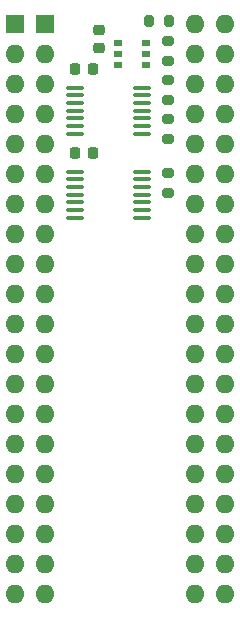
<source format=gbr>
%TF.GenerationSoftware,KiCad,Pcbnew,8.0.6*%
%TF.CreationDate,2024-11-04T10:18:01-07:00*%
%TF.ProjectId,TMS9918-9928,544d5339-3931-4382-9d39-3932382e6b69,rev?*%
%TF.SameCoordinates,Original*%
%TF.FileFunction,Soldermask,Bot*%
%TF.FilePolarity,Negative*%
%FSLAX46Y46*%
G04 Gerber Fmt 4.6, Leading zero omitted, Abs format (unit mm)*
G04 Created by KiCad (PCBNEW 8.0.6) date 2024-11-04 10:18:01*
%MOMM*%
%LPD*%
G01*
G04 APERTURE LIST*
G04 Aperture macros list*
%AMRoundRect*
0 Rectangle with rounded corners*
0 $1 Rounding radius*
0 $2 $3 $4 $5 $6 $7 $8 $9 X,Y pos of 4 corners*
0 Add a 4 corners polygon primitive as box body*
4,1,4,$2,$3,$4,$5,$6,$7,$8,$9,$2,$3,0*
0 Add four circle primitives for the rounded corners*
1,1,$1+$1,$2,$3*
1,1,$1+$1,$4,$5*
1,1,$1+$1,$6,$7*
1,1,$1+$1,$8,$9*
0 Add four rect primitives between the rounded corners*
20,1,$1+$1,$2,$3,$4,$5,0*
20,1,$1+$1,$4,$5,$6,$7,0*
20,1,$1+$1,$6,$7,$8,$9,0*
20,1,$1+$1,$8,$9,$2,$3,0*%
G04 Aperture macros list end*
%ADD10R,1.600000X1.600000*%
%ADD11O,1.600000X1.600000*%
%ADD12RoundRect,0.200000X0.275000X-0.200000X0.275000X0.200000X-0.275000X0.200000X-0.275000X-0.200000X0*%
%ADD13RoundRect,0.200000X-0.275000X0.200000X-0.275000X-0.200000X0.275000X-0.200000X0.275000X0.200000X0*%
%ADD14R,0.700000X0.510000*%
%ADD15RoundRect,0.225000X-0.225000X-0.250000X0.225000X-0.250000X0.225000X0.250000X-0.225000X0.250000X0*%
%ADD16RoundRect,0.200000X0.200000X0.275000X-0.200000X0.275000X-0.200000X-0.275000X0.200000X-0.275000X0*%
%ADD17RoundRect,0.225000X0.250000X-0.225000X0.250000X0.225000X-0.250000X0.225000X-0.250000X-0.225000X0*%
%ADD18RoundRect,0.100000X0.637500X0.100000X-0.637500X0.100000X-0.637500X-0.100000X0.637500X-0.100000X0*%
G04 APERTURE END LIST*
D10*
%TO.C,U4*%
X124460000Y-66040000D03*
D11*
X124460000Y-68580000D03*
X124460000Y-71120000D03*
X124460000Y-73660000D03*
X124460000Y-76200000D03*
X124460000Y-78740000D03*
X124460000Y-81280000D03*
X124460000Y-83820000D03*
X124460000Y-86360000D03*
X124460000Y-88900000D03*
X124460000Y-91440000D03*
X124460000Y-93980000D03*
X124460000Y-96520000D03*
X124460000Y-99060000D03*
X124460000Y-101600000D03*
X124460000Y-104140000D03*
X124460000Y-106680000D03*
X124460000Y-109220000D03*
X124460000Y-111760000D03*
X124460000Y-114300000D03*
X139700000Y-114300000D03*
X139700000Y-111760000D03*
X139700000Y-109220000D03*
X139700000Y-106680000D03*
X139700000Y-104140000D03*
X139700000Y-101600000D03*
X139700000Y-99060000D03*
X139700000Y-96520000D03*
X139700000Y-93980000D03*
X139700000Y-91440000D03*
X139700000Y-88900000D03*
X139700000Y-86360000D03*
X139700000Y-83820000D03*
X139700000Y-81280000D03*
X139700000Y-78740000D03*
X139700000Y-76200000D03*
X139700000Y-73660000D03*
X139700000Y-71120000D03*
X139700000Y-68580000D03*
X139700000Y-66040000D03*
%TD*%
D10*
%TO.C,U5*%
X121920000Y-66040000D03*
D11*
X121920000Y-68580000D03*
X121920000Y-71120000D03*
X121920000Y-73660000D03*
X121920000Y-76200000D03*
X121920000Y-78740000D03*
X121920000Y-81280000D03*
X121920000Y-83820000D03*
X121920000Y-86360000D03*
X121920000Y-88900000D03*
X121920000Y-91440000D03*
X121920000Y-93980000D03*
X121920000Y-96520000D03*
X121920000Y-99060000D03*
X121920000Y-101600000D03*
X121920000Y-104140000D03*
X121920000Y-106680000D03*
X121920000Y-109220000D03*
X121920000Y-111760000D03*
X121920000Y-114300000D03*
X137160000Y-114300000D03*
X137160000Y-111760000D03*
X137160000Y-109220000D03*
X137160000Y-106680000D03*
X137160000Y-104140000D03*
X137160000Y-101600000D03*
X137160000Y-99060000D03*
X137160000Y-96520000D03*
X137160000Y-93980000D03*
X137160000Y-91440000D03*
X137160000Y-88900000D03*
X137160000Y-86360000D03*
X137160000Y-83820000D03*
X137160000Y-81280000D03*
X137160000Y-78740000D03*
X137160000Y-76200000D03*
X137160000Y-73660000D03*
X137160000Y-71120000D03*
X137160000Y-68580000D03*
X137160000Y-66040000D03*
%TD*%
D12*
%TO.C,R1*%
X134874000Y-80327000D03*
X134874000Y-78677000D03*
%TD*%
D13*
%TO.C,R2*%
X134874000Y-74105000D03*
X134874000Y-75755000D03*
%TD*%
D14*
%TO.C,U3*%
X132986000Y-67630000D03*
X132986000Y-68580000D03*
X132986000Y-69530000D03*
X130666000Y-69530000D03*
X130666000Y-68580000D03*
X130666000Y-67630000D03*
%TD*%
D15*
%TO.C,C1*%
X126974000Y-69850000D03*
X128524000Y-69850000D03*
%TD*%
D16*
%TO.C,R4*%
X134937000Y-65786000D03*
X133287000Y-65786000D03*
%TD*%
D17*
%TO.C,C3*%
X129032000Y-68085000D03*
X129032000Y-66535000D03*
%TD*%
D12*
%TO.C,R3*%
X134874000Y-72453000D03*
X134874000Y-70803000D03*
%TD*%
D18*
%TO.C,U1*%
X132668500Y-78556000D03*
X132668500Y-79206000D03*
X132668500Y-79856000D03*
X132668500Y-80506000D03*
X132668500Y-81156000D03*
X132668500Y-81806000D03*
X132668500Y-82456000D03*
X126943500Y-82456000D03*
X126943500Y-81806000D03*
X126943500Y-81156000D03*
X126943500Y-80506000D03*
X126943500Y-79856000D03*
X126943500Y-79206000D03*
X126943500Y-78556000D03*
%TD*%
%TO.C,U2*%
X132668500Y-71456000D03*
X132668500Y-72106000D03*
X132668500Y-72756000D03*
X132668500Y-73406000D03*
X132668500Y-74056000D03*
X132668500Y-74706000D03*
X132668500Y-75356000D03*
X126943500Y-75356000D03*
X126943500Y-74706000D03*
X126943500Y-74056000D03*
X126943500Y-73406000D03*
X126943500Y-72756000D03*
X126943500Y-72106000D03*
X126943500Y-71456000D03*
%TD*%
D15*
%TO.C,C2*%
X126987000Y-76962000D03*
X128537000Y-76962000D03*
%TD*%
D12*
%TO.C,R5*%
X134874000Y-69151000D03*
X134874000Y-67501000D03*
%TD*%
M02*

</source>
